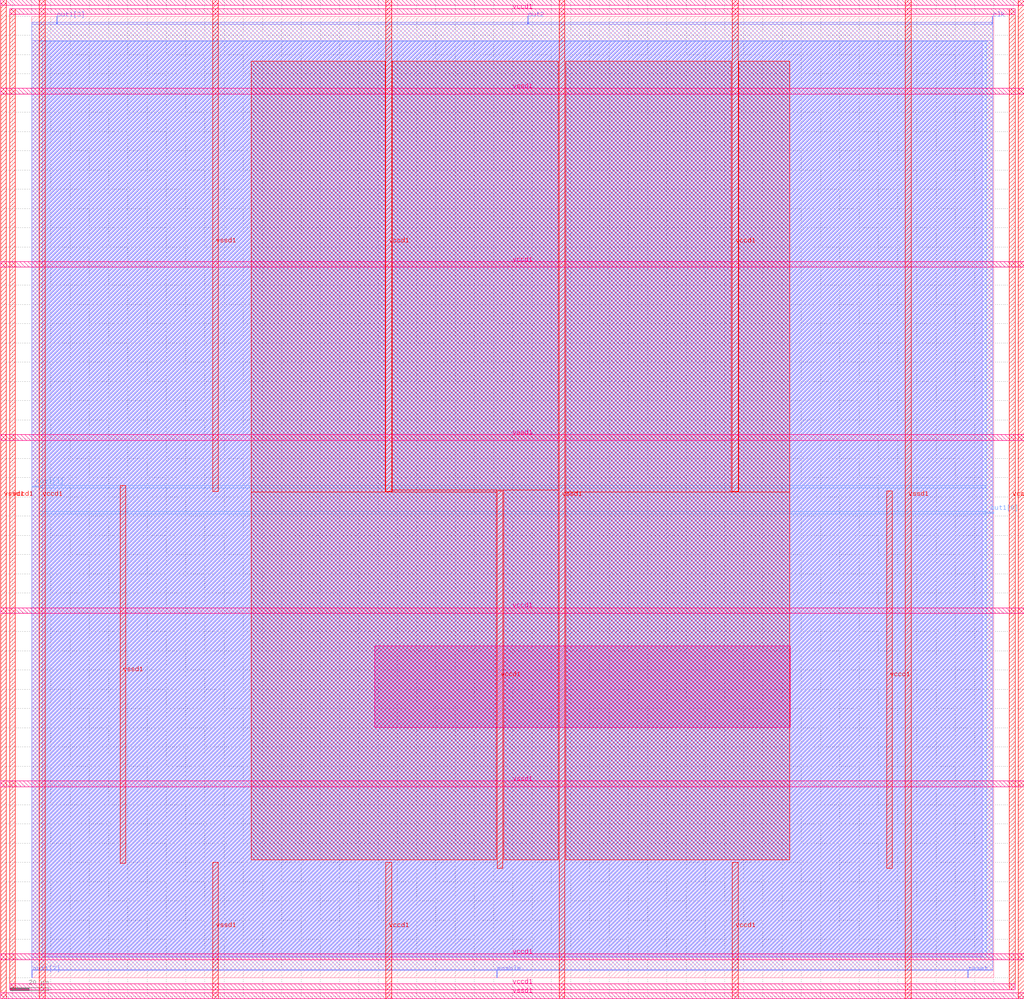
<source format=lef>
VERSION 5.7 ;
  NOWIREEXTENSIONATPIN ON ;
  DIVIDERCHAR "/" ;
  BUSBITCHARS "[]" ;
MACRO core_cells
  CLASS BLOCK ;
  FOREIGN core_cells ;
  ORIGIN 0.000 0.000 ;
  SIZE 500.000 BY 500.000 ;
  PIN clk
    DIRECTION INPUT ;
    USE SIGNAL ;
    PORT
      LAYER met2 ;
        RECT 499.190 496.000 499.470 500.000 ;
    END
  END clk
  PIN enable
    DIRECTION INPUT ;
    USE SIGNAL ;
    PORT
      LAYER met2 ;
        RECT 241.590 0.000 241.870 4.000 ;
    END
  END enable
  PIN out1[0]
    DIRECTION OUTPUT TRISTATE ;
    USE SIGNAL ;
    PORT
      LAYER met3 ;
        RECT 496.000 241.440 500.000 242.040 ;
    END
  END out1[0]
  PIN out1[1]
    DIRECTION OUTPUT TRISTATE ;
    USE SIGNAL ;
    PORT
      LAYER met3 ;
        RECT 0.000 255.040 4.000 255.640 ;
    END
  END out1[1]
  PIN out1[2]
    DIRECTION OUTPUT TRISTATE ;
    USE SIGNAL ;
    PORT
      LAYER met2 ;
        RECT 0.090 0.000 0.370 4.000 ;
    END
  END out1[2]
  PIN out1[3]
    DIRECTION OUTPUT TRISTATE ;
    USE SIGNAL ;
    PORT
      LAYER met2 ;
        RECT 12.970 496.000 13.250 500.000 ;
    END
  END out1[3]
  PIN out2
    DIRECTION OUTPUT TRISTATE ;
    USE SIGNAL ;
    PORT
      LAYER met2 ;
        RECT 257.690 496.000 257.970 500.000 ;
    END
  END out2
  PIN reset
    DIRECTION INPUT ;
    USE SIGNAL ;
    PORT
      LAYER met2 ;
        RECT 486.310 0.000 486.590 4.000 ;
    END
  END reset
  PIN vccd1
    DIRECTION INOUT ;
    USE POWER ;
    PORT
      LAYER met4 ;
        RECT -11.480 -6.120 -8.480 503.880 ;
    END
    PORT
      LAYER met5 ;
        RECT -11.480 -6.120 511.040 -3.120 ;
    END
    PORT
      LAYER met5 ;
        RECT -11.480 500.880 511.040 503.880 ;
    END
    PORT
      LAYER met4 ;
        RECT 508.040 -6.120 511.040 503.880 ;
    END
    PORT
      LAYER met4 ;
        RECT 4.020 -10.820 7.020 508.580 ;
    END
    PORT
      LAYER met4 ;
        RECT 184.020 -10.820 187.020 60.000 ;
    END
    PORT
      LAYER met4 ;
        RECT 184.020 252.940 187.020 508.580 ;
    END
    PORT
      LAYER met4 ;
        RECT 364.020 -10.820 367.020 60.000 ;
    END
    PORT
      LAYER met4 ;
        RECT 364.020 252.940 367.020 508.580 ;
    END
    PORT
      LAYER met5 ;
        RECT -16.180 9.380 515.740 12.380 ;
    END
    PORT
      LAYER met5 ;
        RECT -16.180 189.380 515.740 192.380 ;
    END
    PORT
      LAYER met5 ;
        RECT -16.180 369.380 515.740 372.380 ;
    END
    PORT
      LAYER met4 ;
        RECT 241.840 56.880 244.840 253.200 ;
    END
    PORT
      LAYER met4 ;
        RECT 444.240 56.880 447.240 253.200 ;
    END
  END vccd1
  PIN vssd1
    DIRECTION INOUT ;
    USE GROUND ;
    PORT
      LAYER met4 ;
        RECT -16.180 -10.820 -13.180 508.580 ;
    END
    PORT
      LAYER met5 ;
        RECT -16.180 -10.820 515.740 -7.820 ;
    END
    PORT
      LAYER met5 ;
        RECT -16.180 505.580 515.740 508.580 ;
    END
    PORT
      LAYER met4 ;
        RECT 512.740 -10.820 515.740 508.580 ;
    END
    PORT
      LAYER met4 ;
        RECT 94.020 -10.820 97.020 60.000 ;
    END
    PORT
      LAYER met4 ;
        RECT 94.020 252.940 97.020 508.580 ;
    END
    PORT
      LAYER met4 ;
        RECT 274.020 -10.820 277.020 508.580 ;
    END
    PORT
      LAYER met4 ;
        RECT 454.020 -10.820 457.020 508.580 ;
    END
    PORT
      LAYER met5 ;
        RECT -16.180 99.380 515.740 102.380 ;
    END
    PORT
      LAYER met5 ;
        RECT -16.180 279.380 515.740 282.380 ;
    END
    PORT
      LAYER met5 ;
        RECT -16.180 459.380 515.740 462.380 ;
    END
    PORT
      LAYER met4 ;
        RECT 45.880 59.600 48.880 255.920 ;
    END
  END vssd1
  OBS
      LAYER li1 ;
        RECT 5.520 10.795 494.040 486.965 ;
      LAYER met1 ;
        RECT 0.070 10.640 499.490 487.120 ;
      LAYER met2 ;
        RECT 0.100 495.720 12.690 496.810 ;
        RECT 13.530 495.720 257.410 496.810 ;
        RECT 258.250 495.720 498.910 496.810 ;
        RECT 0.100 4.280 499.460 495.720 ;
        RECT 0.650 4.000 241.310 4.280 ;
        RECT 242.150 4.000 486.030 4.280 ;
        RECT 486.870 4.000 499.460 4.280 ;
      LAYER met3 ;
        RECT 4.000 256.040 496.000 487.045 ;
        RECT 4.400 254.640 496.000 256.040 ;
        RECT 4.000 242.440 496.000 254.640 ;
        RECT 4.000 241.040 495.600 242.440 ;
        RECT 4.000 10.715 496.000 241.040 ;
      LAYER met4 ;
        RECT 114.150 252.540 183.620 476.505 ;
        RECT 187.420 253.600 273.620 476.505 ;
        RECT 187.420 252.540 241.440 253.600 ;
        RECT 114.150 61.375 241.440 252.540 ;
        RECT 245.240 61.375 273.620 253.600 ;
        RECT 277.420 252.540 363.620 476.505 ;
        RECT 367.420 252.540 393.890 476.505 ;
        RECT 277.420 61.375 393.890 252.540 ;
      LAYER met5 ;
        RECT 178.140 130.100 394.100 172.500 ;
  END
END core_cells
END LIBRARY


</source>
